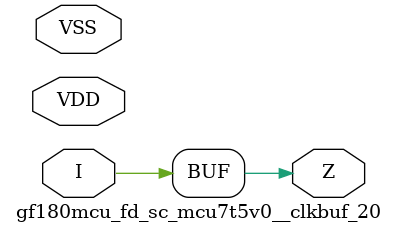
<source format=v>

module gf180mcu_fd_sc_mcu7t5v0__clkbuf_20( I, Z, VDD, VSS );
input I;
inout VDD, VSS;
output Z;

	buf MGM_BG_0( Z, I );

endmodule

</source>
